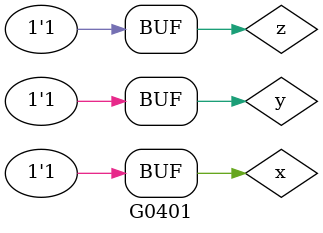
<source format=v>

module f1a (output a, input x,y,z);

	assign a = (~x & ~(~y|z));	 // == (x | (y&~z))

endmodule // f1a

module f1b (output b, input x,y,z);

	assign b = (~(~x|~y) & z);	 // == (x & y & z)

endmodule // f1b

module f1c (output c, input x,y,z);

	assign c = (~(x&~y) & ~z);  // == ( (~x | y) & ~z)

endmodule // f1c

module f1d (output d, input x,y,z);

	assign d = (~(~x&y ) & z);	// == ( (x | ~y) & z)

endmodule // f1d

module f1e (output e, input x,y,z);

	assign e = ( (~x|y) & ~(~y | z) );  // == (y & ~z)

endmodule // f1e

// Exercicios
module G0401;

	// Definir dados
	reg x,y,z;
	wire a, b, c, d, e;		// Resultados
	
	// Operacoes
	f1a F1a (a, x,y,z);
	f1b F1b (b, x,y,z);
	f1c F1c (c, x,y,z);
	f1d F1d (d, x,y,z);
	f1e F1e (e, x,y,z);

	initial
		begin // Definir valores iniciais

			x = 1'b0;
			y = 1'b0;
			z = 1'b0;

		end

	initial
		begin : main
			
			// G0104a
			$display ("\nG0104a -\n");

			$monitor ("%b %b %b = %b", x, y, z, a);
			#1 z = 1'b1;
			#1 z = 1'b0; y = 1'b1;
			#1 z = 1'b1; y = 1'b1;
			#1 z = 1'b0; y = 1'b0; x = 1'b1;
			#1 z = 1'b1; y = 1'b0; x = 1'b1;
			#1 z = 1'b0; y = 1'b1; x = 1'b1;
			#1 z = 1'b1; y = 1'b1; x = 1'b1;
			
			// G0104b 
			#15 $display ("\nG0104b -\n");
			
			// Definir valores iniciais
			#1 z = 1'b0; y = 1'b0; x = 1'b0;

			$monitor ("%b %b %b = %b", x, y, z, b);
			#1 z = 1'b1;
			#1 z = 1'b0; y = 1'b1;
			#1 z = 1'b1; y = 1'b1;
			#1 z = 1'b0; y = 1'b0; x = 1'b1;
			#1 z = 1'b1; y = 1'b0; x = 1'b1;
			#1 z = 1'b0; y = 1'b1; x = 1'b1;
			#1 z = 1'b1; y = 1'b1; x = 1'b1;
			
			// G0104c
			#15 $display ("\nG0104c -\n");
			
			// Definir valores iniciais
			#1 z = 1'b0; y = 1'b0; x = 1'b0;

			$monitor ("%b %b %b = %b", x, y, z, c);
			#1 z = 1'b1;
			#1 z = 1'b0; y = 1'b1;
			#1 z = 1'b1; y = 1'b1;
			#1 z = 1'b0; y = 1'b0; x = 1'b1;
			#1 z = 1'b1; y = 1'b0; x = 1'b1;
			#1 z = 1'b0; y = 1'b1; x = 1'b1;
			#1 z = 1'b1; y = 1'b1; x = 1'b1;

			// G0104d
			#15 $display ("\nG0104d -\n");
			
			// Definir valores iniciais
			#1 z = 1'b0; y = 1'b0; x = 1'b0;

			$monitor ("%b %b %b = %b", x, y, z, d);
			#1 z = 1'b1;
			#1 z = 1'b0; y = 1'b1;
			#1 z = 1'b1; y = 1'b1;
			#1 z = 1'b0; y = 1'b0; x = 1'b1;
			#1 z = 1'b1; y = 1'b0; x = 1'b1;
			#1 z = 1'b0; y = 1'b1; x = 1'b1;
			#1 z = 1'b1; y = 1'b1; x = 1'b1;
		
			// G0104e
			#15 $display ("\nG0104e -\n");
			
			// Definir valores iniciais
			#1 z = 1'b0; y = 1'b0; x = 1'b0;

			$monitor ("%b %b %b = %b", x, y, z, e);
			#1 z = 1'b1;
			#1 z = 1'b0; y = 1'b1;
			#1 z = 1'b1; y = 1'b1;
			#1 z = 1'b0; y = 1'b0; x = 1'b1;
			#1 z = 1'b1; y = 1'b0; x = 1'b1;
			#1 z = 1'b0; y = 1'b1; x = 1'b1;
			#1 z = 1'b1; y = 1'b1; x = 1'b1;

		end	// main

endmodule // G0401

</source>
